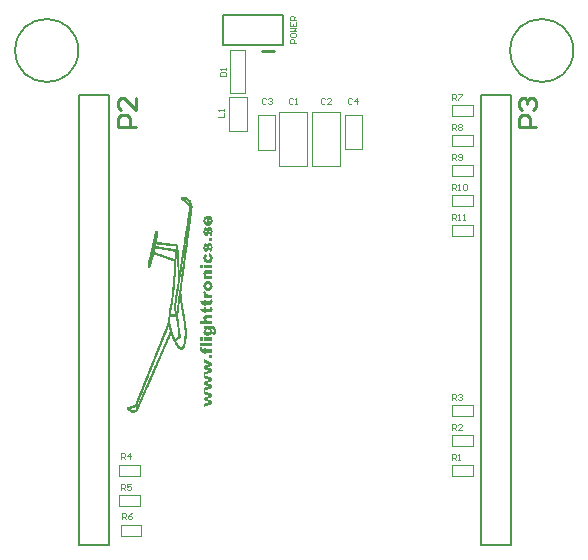
<source format=gto>
%FSLAX25Y25*%
%MOIN*%
G70*
G01*
G75*
%ADD10C,0.03937*%
G04:AMPARAMS|DCode=11|XSize=19.69mil|YSize=31.5mil|CornerRadius=0.98mil|HoleSize=0mil|Usage=FLASHONLY|Rotation=180.000|XOffset=0mil|YOffset=0mil|HoleType=Round|Shape=RoundedRectangle|*
%AMROUNDEDRECTD11*
21,1,0.01969,0.02953,0,0,180.0*
21,1,0.01772,0.03150,0,0,180.0*
1,1,0.00197,-0.00886,0.01476*
1,1,0.00197,0.00886,0.01476*
1,1,0.00197,0.00886,-0.01476*
1,1,0.00197,-0.00886,-0.01476*
%
%ADD11ROUNDEDRECTD11*%
G04:AMPARAMS|DCode=12|XSize=35.43mil|YSize=39.37mil|CornerRadius=1.77mil|HoleSize=0mil|Usage=FLASHONLY|Rotation=270.000|XOffset=0mil|YOffset=0mil|HoleType=Round|Shape=RoundedRectangle|*
%AMROUNDEDRECTD12*
21,1,0.03543,0.03583,0,0,270.0*
21,1,0.03189,0.03937,0,0,270.0*
1,1,0.00354,-0.01791,-0.01595*
1,1,0.00354,-0.01791,0.01595*
1,1,0.00354,0.01791,0.01595*
1,1,0.00354,0.01791,-0.01595*
%
%ADD12ROUNDEDRECTD12*%
G04:AMPARAMS|DCode=13|XSize=19.69mil|YSize=23.62mil|CornerRadius=0.98mil|HoleSize=0mil|Usage=FLASHONLY|Rotation=0.000|XOffset=0mil|YOffset=0mil|HoleType=Round|Shape=RoundedRectangle|*
%AMROUNDEDRECTD13*
21,1,0.01969,0.02165,0,0,0.0*
21,1,0.01772,0.02362,0,0,0.0*
1,1,0.00197,0.00886,-0.01083*
1,1,0.00197,-0.00886,-0.01083*
1,1,0.00197,-0.00886,0.01083*
1,1,0.00197,0.00886,0.01083*
%
%ADD13ROUNDEDRECTD13*%
G04:AMPARAMS|DCode=14|XSize=47.24mil|YSize=70.87mil|CornerRadius=4.72mil|HoleSize=0mil|Usage=FLASHONLY|Rotation=270.000|XOffset=0mil|YOffset=0mil|HoleType=Round|Shape=RoundedRectangle|*
%AMROUNDEDRECTD14*
21,1,0.04724,0.06142,0,0,270.0*
21,1,0.03780,0.07087,0,0,270.0*
1,1,0.00945,-0.03071,-0.01890*
1,1,0.00945,-0.03071,0.01890*
1,1,0.00945,0.03071,0.01890*
1,1,0.00945,0.03071,-0.01890*
%
%ADD14ROUNDEDRECTD14*%
G04:AMPARAMS|DCode=15|XSize=196.85mil|YSize=78.74mil|CornerRadius=3.94mil|HoleSize=0mil|Usage=FLASHONLY|Rotation=270.000|XOffset=0mil|YOffset=0mil|HoleType=Round|Shape=RoundedRectangle|*
%AMROUNDEDRECTD15*
21,1,0.19685,0.07087,0,0,270.0*
21,1,0.18898,0.07874,0,0,270.0*
1,1,0.00787,-0.03543,-0.09449*
1,1,0.00787,-0.03543,0.09449*
1,1,0.00787,0.03543,0.09449*
1,1,0.00787,0.03543,-0.09449*
%
%ADD15ROUNDEDRECTD15*%
%ADD16C,0.01969*%
%ADD17R,0.05906X0.05906*%
%ADD18C,0.05906*%
%ADD19R,0.05906X0.05906*%
%ADD20C,0.17500*%
%ADD21C,0.05000*%
G04:AMPARAMS|DCode=22|XSize=196.85mil|YSize=39.37mil|CornerRadius=1.97mil|HoleSize=0mil|Usage=FLASHONLY|Rotation=270.000|XOffset=0mil|YOffset=0mil|HoleType=Round|Shape=RoundedRectangle|*
%AMROUNDEDRECTD22*
21,1,0.19685,0.03543,0,0,270.0*
21,1,0.19291,0.03937,0,0,270.0*
1,1,0.00394,-0.01772,-0.09646*
1,1,0.00394,-0.01772,0.09646*
1,1,0.00394,0.01772,0.09646*
1,1,0.00394,0.01772,-0.09646*
%
%ADD22ROUNDEDRECTD22*%
G04:AMPARAMS|DCode=23|XSize=118.11mil|YSize=59.06mil|CornerRadius=2.95mil|HoleSize=0mil|Usage=FLASHONLY|Rotation=270.000|XOffset=0mil|YOffset=0mil|HoleType=Round|Shape=RoundedRectangle|*
%AMROUNDEDRECTD23*
21,1,0.11811,0.05315,0,0,270.0*
21,1,0.11221,0.05906,0,0,270.0*
1,1,0.00591,-0.02658,-0.05610*
1,1,0.00591,-0.02658,0.05610*
1,1,0.00591,0.02658,0.05610*
1,1,0.00591,0.02658,-0.05610*
%
%ADD23ROUNDEDRECTD23*%
%ADD24C,0.01575*%
%ADD25C,0.00787*%
%ADD26C,0.00394*%
%ADD27C,0.00492*%
%ADD28C,0.00100*%
%ADD29C,0.01000*%
G36*
X71500Y91846D02*
X69867D01*
X69821Y91840D01*
X69762Y91833D01*
X69703Y91820D01*
X69637Y91800D01*
X69578Y91774D01*
X69532Y91741D01*
X69525Y91735D01*
X69512Y91722D01*
X69493Y91702D01*
X69473Y91669D01*
X69453Y91630D01*
X69434Y91584D01*
X69420Y91525D01*
X69414Y91459D01*
Y91453D01*
Y91426D01*
X69420Y91387D01*
X69434Y91341D01*
X69453Y91289D01*
X69480Y91236D01*
X69519Y91184D01*
X69571Y91131D01*
X69578Y91125D01*
X69598Y91111D01*
X69637Y91092D01*
X69696Y91072D01*
X69768Y91046D01*
X69867Y91026D01*
X69978Y91013D01*
X70116Y91007D01*
X71500D01*
Y89898D01*
X67505D01*
Y91007D01*
X68981D01*
X68968Y91020D01*
X68942Y91046D01*
X68902Y91092D01*
X68850Y91144D01*
X68797Y91216D01*
X68738Y91289D01*
X68686Y91367D01*
X68646Y91453D01*
X68640Y91466D01*
X68627Y91492D01*
X68614Y91538D01*
X68594Y91603D01*
X68574Y91682D01*
X68555Y91774D01*
X68548Y91873D01*
X68541Y91984D01*
Y91991D01*
Y92004D01*
Y92030D01*
X68548Y92056D01*
Y92096D01*
X68555Y92141D01*
X68574Y92246D01*
X68607Y92358D01*
X68660Y92476D01*
X68725Y92594D01*
X68817Y92699D01*
X68830Y92712D01*
X68843Y92725D01*
X68869Y92738D01*
X68896Y92758D01*
X68935Y92784D01*
X68974Y92804D01*
X69027Y92830D01*
X69079Y92857D01*
X69145Y92876D01*
X69211Y92902D01*
X69289Y92922D01*
X69375Y92935D01*
X69460Y92948D01*
X69558Y92961D01*
X71500D01*
Y91846D01*
D02*
G37*
G36*
X71572Y89222D02*
X71638Y89216D01*
X71710Y89203D01*
X71795Y89176D01*
X71887Y89150D01*
X71979Y89111D01*
X71992Y89104D01*
X72018Y89091D01*
X72064Y89065D01*
X72123Y89032D01*
X72189Y88986D01*
X72254Y88934D01*
X72320Y88875D01*
X72379Y88802D01*
X72386Y88796D01*
X72405Y88770D01*
X72431Y88724D01*
X72464Y88671D01*
X72504Y88599D01*
X72536Y88520D01*
X72576Y88422D01*
X72602Y88317D01*
Y88304D01*
X72615Y88265D01*
X72622Y88205D01*
X72635Y88120D01*
X72648Y88022D01*
X72661Y87904D01*
X72668Y87773D01*
X72674Y87635D01*
Y87628D01*
Y87595D01*
Y87549D01*
X72668Y87490D01*
Y87425D01*
X72661Y87340D01*
X72655Y87254D01*
X72641Y87156D01*
X72609Y86959D01*
X72563Y86762D01*
X72536Y86664D01*
X72497Y86579D01*
X72458Y86500D01*
X72412Y86434D01*
Y86428D01*
X72399Y86421D01*
X72366Y86382D01*
X72307Y86336D01*
X72228Y86277D01*
X72123Y86218D01*
X72005Y86165D01*
X71867Y86126D01*
X71789Y86119D01*
X71710Y86113D01*
X71566D01*
X71690Y87195D01*
X71697D01*
X71716Y87202D01*
X71736Y87215D01*
X71769Y87228D01*
X71835Y87267D01*
X71867Y87287D01*
X71894Y87320D01*
X71900Y87326D01*
X71907Y87340D01*
X71920Y87372D01*
X71933Y87405D01*
X71953Y87451D01*
X71966Y87503D01*
X71972Y87563D01*
X71979Y87628D01*
Y87641D01*
Y87668D01*
X71972Y87713D01*
X71959Y87766D01*
X71946Y87825D01*
X71926Y87884D01*
X71894Y87943D01*
X71848Y87989D01*
X71841Y87995D01*
X71821Y88009D01*
X71789Y88028D01*
X71743Y88055D01*
X71684Y88074D01*
X71611Y88094D01*
X71520Y88107D01*
X71408Y88114D01*
X70975D01*
X70982Y88107D01*
X71008Y88087D01*
X71041Y88048D01*
X71080Y88009D01*
X71126Y87956D01*
X71172Y87904D01*
X71211Y87838D01*
X71251Y87779D01*
X71257Y87766D01*
X71270Y87733D01*
X71290Y87681D01*
X71316Y87615D01*
X71343Y87530D01*
X71362Y87438D01*
X71375Y87340D01*
X71382Y87228D01*
Y87221D01*
Y87202D01*
X71375Y87169D01*
Y87130D01*
X71369Y87084D01*
X71356Y87025D01*
X71343Y86959D01*
X71316Y86893D01*
X71290Y86815D01*
X71257Y86743D01*
X71218Y86664D01*
X71165Y86585D01*
X71113Y86506D01*
X71041Y86428D01*
X70969Y86356D01*
X70877Y86283D01*
X70870D01*
X70857Y86270D01*
X70837Y86264D01*
X70811Y86244D01*
X70772Y86224D01*
X70732Y86205D01*
X70680Y86185D01*
X70621Y86159D01*
X70555Y86133D01*
X70483Y86113D01*
X70326Y86073D01*
X70135Y86047D01*
X69926Y86034D01*
X69860D01*
X69814Y86041D01*
X69755Y86047D01*
X69696Y86054D01*
X69624Y86060D01*
X69545Y86073D01*
X69375Y86113D01*
X69204Y86172D01*
X69125Y86211D01*
X69040Y86257D01*
X68968Y86303D01*
X68896Y86362D01*
X68889Y86369D01*
X68883Y86375D01*
X68863Y86395D01*
X68843Y86421D01*
X68810Y86454D01*
X68784Y86493D01*
X68719Y86592D01*
X68653Y86716D01*
X68594Y86861D01*
X68555Y87025D01*
X68548Y87116D01*
X68541Y87215D01*
Y87221D01*
Y87228D01*
Y87248D01*
Y87274D01*
X68548Y87333D01*
X68555Y87412D01*
X68568Y87503D01*
X68594Y87595D01*
X68620Y87687D01*
X68660Y87773D01*
X68666Y87786D01*
X68679Y87812D01*
X68712Y87851D01*
X68751Y87910D01*
X68804Y87976D01*
X68869Y88041D01*
X68948Y88120D01*
X69040Y88192D01*
X68607D01*
Y89229D01*
X71520D01*
X71572Y89222D01*
D02*
G37*
G36*
X71480Y95612D02*
X71487Y95599D01*
Y95579D01*
X71493Y95546D01*
X71500Y95513D01*
X71507Y95467D01*
X71520Y95369D01*
X71539Y95251D01*
X71552Y95120D01*
X71559Y94982D01*
X71566Y94844D01*
Y94838D01*
Y94824D01*
Y94805D01*
Y94779D01*
X71559Y94706D01*
X71552Y94615D01*
X71539Y94516D01*
X71520Y94411D01*
X71493Y94319D01*
X71461Y94234D01*
X71454Y94227D01*
X71441Y94201D01*
X71415Y94169D01*
X71382Y94123D01*
X71336Y94077D01*
X71284Y94031D01*
X71218Y93985D01*
X71139Y93945D01*
X71126Y93939D01*
X71100Y93932D01*
X71047Y93919D01*
X70969Y93900D01*
X70870Y93880D01*
X70752Y93867D01*
X70608Y93860D01*
X70437Y93854D01*
X69420D01*
Y93447D01*
X68607D01*
Y93854D01*
X68076D01*
X67505Y94969D01*
X68607D01*
Y95579D01*
X69420D01*
Y94969D01*
X70503D01*
X70542Y94975D01*
X70621Y94982D01*
X70660Y94989D01*
X70687Y95002D01*
X70693D01*
X70700Y95015D01*
X70732Y95047D01*
X70752Y95074D01*
X70765Y95107D01*
X70772Y95146D01*
X70778Y95192D01*
Y95198D01*
Y95218D01*
X70772Y95244D01*
Y95284D01*
X70765Y95330D01*
X70752Y95389D01*
X70732Y95454D01*
X70713Y95533D01*
X71480Y95618D01*
Y95612D01*
D02*
G37*
G36*
X69486Y100525D02*
X69480Y100519D01*
X69473Y100492D01*
X69460Y100460D01*
X69440Y100414D01*
X69414Y100315D01*
X69407Y100263D01*
X69401Y100217D01*
Y100210D01*
Y100184D01*
X69407Y100145D01*
X69420Y100092D01*
X69447Y100040D01*
X69480Y99987D01*
X69525Y99928D01*
X69585Y99882D01*
X69598Y99876D01*
X69611Y99869D01*
X69637Y99856D01*
X69663Y99843D01*
X69703Y99830D01*
X69749Y99810D01*
X69801Y99797D01*
X69860Y99784D01*
X69932Y99764D01*
X70004Y99751D01*
X70096Y99738D01*
X70188Y99725D01*
X70293Y99718D01*
X70411Y99712D01*
X71500D01*
Y98597D01*
X68607D01*
Y99633D01*
X69079D01*
X69073Y99639D01*
X69033Y99659D01*
X68981Y99692D01*
X68915Y99731D01*
X68843Y99777D01*
X68778Y99830D01*
X68712Y99882D01*
X68660Y99941D01*
X68653Y99948D01*
X68640Y99967D01*
X68620Y100007D01*
X68600Y100053D01*
X68581Y100105D01*
X68561Y100171D01*
X68548Y100250D01*
X68541Y100335D01*
Y100348D01*
Y100381D01*
X68548Y100427D01*
X68561Y100492D01*
X68581Y100571D01*
X68607Y100663D01*
X68646Y100768D01*
X68699Y100873D01*
X69486Y100525D01*
D02*
G37*
G36*
X71480Y98091D02*
X71487Y98078D01*
Y98059D01*
X71493Y98026D01*
X71500Y97993D01*
X71507Y97947D01*
X71520Y97849D01*
X71539Y97731D01*
X71552Y97599D01*
X71559Y97462D01*
X71566Y97324D01*
Y97317D01*
Y97304D01*
Y97285D01*
Y97258D01*
X71559Y97186D01*
X71552Y97094D01*
X71539Y96996D01*
X71520Y96891D01*
X71493Y96799D01*
X71461Y96714D01*
X71454Y96707D01*
X71441Y96681D01*
X71415Y96648D01*
X71382Y96602D01*
X71336Y96556D01*
X71284Y96510D01*
X71218Y96465D01*
X71139Y96425D01*
X71126Y96419D01*
X71100Y96412D01*
X71047Y96399D01*
X70969Y96379D01*
X70870Y96359D01*
X70752Y96346D01*
X70608Y96340D01*
X70437Y96333D01*
X69420D01*
Y95927D01*
X68607D01*
Y96333D01*
X68076D01*
X67505Y97448D01*
X68607D01*
Y98059D01*
X69420D01*
Y97448D01*
X70503D01*
X70542Y97455D01*
X70621Y97462D01*
X70660Y97468D01*
X70687Y97481D01*
X70693D01*
X70700Y97494D01*
X70732Y97527D01*
X70752Y97553D01*
X70765Y97586D01*
X70772Y97626D01*
X70778Y97672D01*
Y97678D01*
Y97698D01*
X70772Y97724D01*
Y97763D01*
X70765Y97809D01*
X70752Y97868D01*
X70732Y97934D01*
X70713Y98013D01*
X71480Y98098D01*
Y98091D01*
D02*
G37*
G36*
X71500Y84355D02*
X68607D01*
Y85463D01*
X71500D01*
Y84355D01*
D02*
G37*
G36*
Y78438D02*
X70385D01*
Y79625D01*
X71500D01*
Y78438D01*
D02*
G37*
G36*
Y77040D02*
Y76050D01*
X69762Y75466D01*
X71500Y74902D01*
Y73905D01*
X68616Y72839D01*
X71500Y71773D01*
Y70782D01*
X69762Y70198D01*
X71500Y69634D01*
Y68637D01*
X68616Y67571D01*
X71500Y66505D01*
Y65514D01*
X69762Y64931D01*
X71500Y64366D01*
Y63369D01*
X68607Y62300D01*
Y63369D01*
X70431Y63835D01*
X68607Y64432D01*
Y65423D01*
X70431Y66039D01*
X68607Y66505D01*
Y67568D01*
Y68637D01*
X70431Y69103D01*
X68607Y69700D01*
Y70690D01*
X70431Y71307D01*
X68607Y71773D01*
Y72835D01*
Y73905D01*
X70431Y74370D01*
X68607Y74967D01*
Y75958D01*
X70431Y76575D01*
X68607Y77040D01*
Y78110D01*
X71500Y77040D01*
D02*
G37*
G36*
X68181Y82170D02*
Y82164D01*
X68174Y82137D01*
X68168Y82098D01*
X68161Y82052D01*
X68154Y81947D01*
X68148Y81895D01*
Y81849D01*
Y81842D01*
Y81823D01*
Y81796D01*
X68154Y81763D01*
X68168Y81691D01*
X68181Y81659D01*
X68200Y81632D01*
X68207Y81619D01*
X68240Y81599D01*
X68286Y81567D01*
X68358Y81541D01*
X68371D01*
X68384Y81534D01*
X68443D01*
X68489Y81527D01*
X68607D01*
Y82059D01*
X69420D01*
Y81527D01*
X71500D01*
Y80412D01*
X69420D01*
Y79999D01*
X68607D01*
Y80412D01*
X68417D01*
X68364Y80419D01*
X68312D01*
X68246Y80425D01*
X68095Y80445D01*
X68089D01*
X68056Y80452D01*
X68017Y80465D01*
X67971Y80478D01*
X67859Y80524D01*
X67800Y80550D01*
X67748Y80589D01*
X67741Y80596D01*
X67721Y80609D01*
X67702Y80635D01*
X67669Y80668D01*
X67630Y80707D01*
X67597Y80760D01*
X67557Y80819D01*
X67525Y80884D01*
X67518Y80891D01*
X67511Y80917D01*
X67498Y80963D01*
X67479Y81029D01*
X67466Y81107D01*
X67453Y81199D01*
X67446Y81311D01*
X67439Y81442D01*
Y81449D01*
Y81455D01*
Y81475D01*
Y81495D01*
Y81527D01*
X67446Y81567D01*
Y81606D01*
Y81659D01*
X67459Y81783D01*
X67472Y81928D01*
X67485Y82098D01*
X67511Y82295D01*
X68181Y82170D01*
D02*
G37*
G36*
X68259Y84355D02*
X67505D01*
Y85463D01*
X68259D01*
Y84355D01*
D02*
G37*
G36*
X71500Y82498D02*
X67505D01*
Y83613D01*
X71500D01*
Y82498D01*
D02*
G37*
G36*
X70654Y116978D02*
X70719Y116964D01*
X70792Y116945D01*
X70877Y116919D01*
X70962Y116879D01*
X71054Y116827D01*
X71067Y116820D01*
X71093Y116800D01*
X71133Y116761D01*
X71192Y116709D01*
X71251Y116643D01*
X71310Y116564D01*
X71369Y116466D01*
X71428Y116348D01*
Y116341D01*
X71434Y116335D01*
X71441Y116315D01*
X71447Y116289D01*
X71461Y116256D01*
X71474Y116217D01*
X71487Y116171D01*
X71493Y116118D01*
X71507Y116059D01*
X71520Y115994D01*
X71546Y115836D01*
X71559Y115666D01*
X71566Y115462D01*
Y115456D01*
Y115429D01*
Y115390D01*
X71559Y115331D01*
Y115265D01*
X71552Y115193D01*
X71546Y115108D01*
X71539Y115023D01*
X71513Y114839D01*
X71474Y114649D01*
X71447Y114557D01*
X71415Y114472D01*
X71382Y114400D01*
X71343Y114327D01*
Y114321D01*
X71329Y114314D01*
X71303Y114275D01*
X71251Y114216D01*
X71179Y114150D01*
X71087Y114078D01*
X70975Y114006D01*
X70851Y113947D01*
X70700Y113901D01*
X70595Y115003D01*
X70601D01*
X70627Y115016D01*
X70660Y115029D01*
X70706Y115049D01*
X70798Y115108D01*
X70837Y115147D01*
X70877Y115193D01*
Y115200D01*
X70890Y115213D01*
X70903Y115246D01*
X70916Y115279D01*
X70929Y115331D01*
X70942Y115384D01*
X70949Y115449D01*
X70955Y115521D01*
Y115534D01*
Y115561D01*
X70949Y115600D01*
X70942Y115646D01*
X70916Y115764D01*
X70897Y115816D01*
X70864Y115869D01*
X70857Y115875D01*
X70851Y115882D01*
X70811Y115921D01*
X70759Y115954D01*
X70726Y115961D01*
X70687Y115967D01*
X70667D01*
X70647Y115961D01*
X70621Y115954D01*
X70588Y115935D01*
X70562Y115915D01*
X70529Y115882D01*
X70503Y115836D01*
Y115830D01*
X70496Y115816D01*
X70483Y115784D01*
X70470Y115744D01*
X70450Y115679D01*
X70431Y115593D01*
X70411Y115489D01*
X70398Y115429D01*
X70385Y115357D01*
Y115351D01*
X70378Y115331D01*
X70372Y115305D01*
X70365Y115265D01*
X70359Y115219D01*
X70352Y115161D01*
X70326Y115042D01*
X70300Y114911D01*
X70267Y114773D01*
X70234Y114655D01*
X70214Y114603D01*
X70201Y114557D01*
X70195Y114550D01*
X70181Y114518D01*
X70162Y114478D01*
X70135Y114426D01*
X70096Y114367D01*
X70044Y114301D01*
X69985Y114235D01*
X69912Y114176D01*
X69906Y114170D01*
X69873Y114150D01*
X69834Y114131D01*
X69775Y114104D01*
X69709Y114072D01*
X69630Y114052D01*
X69545Y114032D01*
X69447Y114026D01*
X69401D01*
X69348Y114032D01*
X69283Y114045D01*
X69204Y114065D01*
X69125Y114098D01*
X69040Y114137D01*
X68961Y114190D01*
X68955Y114196D01*
X68928Y114222D01*
X68889Y114255D01*
X68843Y114308D01*
X68791Y114373D01*
X68738Y114452D01*
X68692Y114537D01*
X68646Y114642D01*
Y114649D01*
X68640Y114655D01*
X68633Y114675D01*
X68627Y114695D01*
X68614Y114760D01*
X68594Y114852D01*
X68574Y114964D01*
X68555Y115101D01*
X68548Y115252D01*
X68541Y115429D01*
Y115436D01*
Y115456D01*
Y115482D01*
Y115515D01*
Y115561D01*
X68548Y115607D01*
X68555Y115718D01*
X68561Y115843D01*
X68574Y115974D01*
X68600Y116092D01*
X68627Y116197D01*
X68633Y116210D01*
X68640Y116236D01*
X68660Y116282D01*
X68686Y116341D01*
X68719Y116407D01*
X68765Y116479D01*
X68810Y116545D01*
X68869Y116610D01*
X68876Y116617D01*
X68902Y116637D01*
X68935Y116669D01*
X68988Y116709D01*
X69053Y116748D01*
X69125Y116794D01*
X69217Y116840D01*
X69315Y116886D01*
X69420Y115836D01*
X69414D01*
X69401Y115830D01*
X69375Y115816D01*
X69342Y115803D01*
X69276Y115757D01*
X69243Y115731D01*
X69217Y115698D01*
X69211Y115692D01*
X69204Y115672D01*
X69191Y115646D01*
X69171Y115607D01*
X69152Y115561D01*
X69138Y115508D01*
X69132Y115443D01*
X69125Y115377D01*
Y115370D01*
Y115344D01*
X69132Y115311D01*
Y115272D01*
X69158Y115180D01*
X69171Y115141D01*
X69197Y115101D01*
Y115095D01*
X69211Y115088D01*
X69243Y115062D01*
X69289Y115029D01*
X69322Y115023D01*
X69355Y115016D01*
X69375D01*
X69414Y115029D01*
X69440Y115042D01*
X69466Y115062D01*
X69493Y115088D01*
X69519Y115121D01*
Y115128D01*
X69525Y115147D01*
X69539Y115174D01*
X69552Y115226D01*
X69565Y115285D01*
X69585Y115370D01*
X69598Y115475D01*
X69617Y115600D01*
Y115607D01*
Y115626D01*
X69624Y115653D01*
X69630Y115692D01*
X69637Y115738D01*
X69643Y115790D01*
X69663Y115908D01*
X69683Y116040D01*
X69716Y116177D01*
X69749Y116308D01*
X69768Y116367D01*
X69788Y116420D01*
X69794Y116433D01*
X69807Y116466D01*
X69834Y116512D01*
X69867Y116577D01*
X69912Y116643D01*
X69972Y116715D01*
X70037Y116781D01*
X70109Y116840D01*
X70116Y116846D01*
X70142Y116859D01*
X70188Y116886D01*
X70240Y116912D01*
X70306Y116938D01*
X70385Y116964D01*
X70470Y116978D01*
X70562Y116984D01*
X70601D01*
X70654Y116978D01*
D02*
G37*
G36*
X70496Y113579D02*
X70516D01*
X70542Y113566D01*
X70601Y113547D01*
X70680Y113514D01*
X70772Y113475D01*
X70870Y113429D01*
X70969Y113370D01*
X71061Y113297D01*
X71074Y113291D01*
X71100Y113265D01*
X71146Y113219D01*
X71198Y113160D01*
X71257Y113087D01*
X71323Y112996D01*
X71382Y112897D01*
X71434Y112786D01*
Y112779D01*
X71441Y112773D01*
X71447Y112753D01*
X71454Y112733D01*
X71474Y112661D01*
X71500Y112576D01*
X71526Y112458D01*
X71546Y112327D01*
X71559Y112176D01*
X71566Y112005D01*
Y111999D01*
Y111985D01*
Y111959D01*
Y111926D01*
Y111887D01*
X71559Y111841D01*
X71552Y111736D01*
X71546Y111611D01*
X71526Y111480D01*
X71507Y111356D01*
X71480Y111231D01*
X71474Y111218D01*
X71461Y111179D01*
X71441Y111126D01*
X71415Y111054D01*
X71375Y110969D01*
X71329Y110883D01*
X71270Y110792D01*
X71205Y110706D01*
X71198Y110700D01*
X71172Y110673D01*
X71133Y110634D01*
X71080Y110582D01*
X71015Y110529D01*
X70936Y110470D01*
X70851Y110418D01*
X70759Y110365D01*
X70746Y110359D01*
X70713Y110345D01*
X70654Y110326D01*
X70575Y110306D01*
X70477Y110280D01*
X70359Y110260D01*
X70221Y110247D01*
X70070Y110240D01*
X69998D01*
X69958Y110247D01*
X69912D01*
X69807Y110260D01*
X69689Y110280D01*
X69571Y110306D01*
X69447Y110339D01*
X69329Y110391D01*
X69315Y110398D01*
X69289Y110411D01*
X69250Y110437D01*
X69197Y110470D01*
X69132Y110516D01*
X69066Y110568D01*
X69001Y110627D01*
X68935Y110693D01*
X68928Y110700D01*
X68909Y110726D01*
X68876Y110765D01*
X68837Y110818D01*
X68797Y110877D01*
X68758Y110942D01*
X68712Y111021D01*
X68679Y111093D01*
Y111100D01*
X68673Y111106D01*
X68666Y111126D01*
X68660Y111152D01*
X68646Y111185D01*
X68633Y111224D01*
X68607Y111316D01*
X68587Y111434D01*
X68561Y111579D01*
X68548Y111743D01*
X68541Y111920D01*
Y111926D01*
Y111953D01*
Y111985D01*
X68548Y112038D01*
Y112097D01*
X68555Y112163D01*
X68561Y112241D01*
X68574Y112320D01*
X68600Y112497D01*
X68646Y112674D01*
X68712Y112851D01*
X68751Y112930D01*
X68797Y113002D01*
Y113009D01*
X68810Y113022D01*
X68823Y113035D01*
X68843Y113061D01*
X68902Y113127D01*
X68988Y113206D01*
X69093Y113297D01*
X69217Y113383D01*
X69368Y113461D01*
X69539Y113527D01*
X69676Y112484D01*
X69670D01*
X69643Y112471D01*
X69611Y112458D01*
X69571Y112445D01*
X69525Y112418D01*
X69480Y112386D01*
X69440Y112346D01*
X69401Y112300D01*
X69394Y112294D01*
X69388Y112281D01*
X69368Y112248D01*
X69348Y112208D01*
X69335Y112163D01*
X69315Y112103D01*
X69309Y112031D01*
X69302Y111953D01*
Y111940D01*
Y111907D01*
X69315Y111854D01*
X69329Y111795D01*
X69348Y111723D01*
X69388Y111651D01*
X69434Y111572D01*
X69499Y111507D01*
X69506Y111500D01*
X69539Y111480D01*
X69585Y111454D01*
X69650Y111428D01*
X69729Y111395D01*
X69834Y111369D01*
X69958Y111349D01*
X70096Y111343D01*
X70155D01*
X70221Y111349D01*
X70293Y111362D01*
X70385Y111382D01*
X70470Y111415D01*
X70555Y111454D01*
X70634Y111507D01*
X70641Y111513D01*
X70660Y111539D01*
X70693Y111572D01*
X70726Y111625D01*
X70759Y111690D01*
X70792Y111762D01*
X70811Y111848D01*
X70818Y111940D01*
Y111946D01*
Y111979D01*
X70811Y112018D01*
X70805Y112064D01*
X70792Y112123D01*
X70772Y112182D01*
X70746Y112241D01*
X70713Y112300D01*
X70706Y112307D01*
X70693Y112327D01*
X70667Y112353D01*
X70627Y112386D01*
X70582Y112425D01*
X70516Y112464D01*
X70450Y112497D01*
X70365Y112530D01*
X70483Y113586D01*
X70490D01*
X70496Y113579D01*
D02*
G37*
G36*
X71500Y117516D02*
X70385D01*
Y118703D01*
X71500D01*
Y117516D01*
D02*
G37*
G36*
X70332Y123767D02*
X70345D01*
X70378Y123774D01*
X70424Y123780D01*
X70483Y123793D01*
X70549Y123813D01*
X70614Y123839D01*
X70680Y123866D01*
X70732Y123905D01*
X70739Y123911D01*
X70759Y123938D01*
X70792Y123971D01*
X70824Y124016D01*
X70857Y124082D01*
X70890Y124154D01*
X70910Y124233D01*
X70916Y124325D01*
Y124331D01*
Y124351D01*
X70910Y124384D01*
X70903Y124423D01*
X70897Y124469D01*
X70883Y124522D01*
X70864Y124581D01*
X70837Y124633D01*
Y124640D01*
X70824Y124646D01*
X70811Y124666D01*
X70792Y124692D01*
X70772Y124725D01*
X70739Y124758D01*
X70700Y124791D01*
X70654Y124830D01*
X70752Y125925D01*
X70759D01*
X70772Y125912D01*
X70792Y125899D01*
X70824Y125880D01*
X70903Y125827D01*
X70995Y125755D01*
X71100Y125663D01*
X71205Y125558D01*
X71303Y125447D01*
X71382Y125315D01*
Y125309D01*
X71389Y125302D01*
X71402Y125276D01*
X71408Y125250D01*
X71421Y125210D01*
X71441Y125171D01*
X71454Y125119D01*
X71474Y125059D01*
X71493Y124987D01*
X71507Y124915D01*
X71520Y124830D01*
X71539Y124738D01*
X71546Y124640D01*
X71559Y124535D01*
X71566Y124423D01*
Y124305D01*
Y124299D01*
Y124279D01*
Y124253D01*
Y124213D01*
X71559Y124161D01*
Y124108D01*
X71546Y123977D01*
X71526Y123833D01*
X71500Y123682D01*
X71461Y123531D01*
X71408Y123400D01*
Y123393D01*
X71402Y123387D01*
X71375Y123347D01*
X71336Y123282D01*
X71284Y123210D01*
X71211Y123124D01*
X71126Y123032D01*
X71021Y122941D01*
X70897Y122855D01*
X70890D01*
X70883Y122849D01*
X70864Y122836D01*
X70831Y122823D01*
X70798Y122803D01*
X70759Y122790D01*
X70660Y122750D01*
X70536Y122705D01*
X70398Y122672D01*
X70234Y122645D01*
X70063Y122639D01*
X69998D01*
X69952Y122645D01*
X69893Y122652D01*
X69827Y122665D01*
X69749Y122678D01*
X69670Y122691D01*
X69493Y122744D01*
X69401Y122777D01*
X69309Y122823D01*
X69217Y122869D01*
X69132Y122927D01*
X69040Y122993D01*
X68961Y123072D01*
X68955Y123078D01*
X68942Y123091D01*
X68922Y123118D01*
X68896Y123151D01*
X68863Y123196D01*
X68830Y123249D01*
X68791Y123315D01*
X68751Y123387D01*
X68712Y123465D01*
X68673Y123557D01*
X68640Y123656D01*
X68607Y123761D01*
X68581Y123879D01*
X68561Y124003D01*
X68548Y124135D01*
X68541Y124272D01*
Y124279D01*
Y124299D01*
Y124331D01*
Y124377D01*
X68548Y124430D01*
Y124489D01*
X68555Y124554D01*
X68568Y124627D01*
X68587Y124784D01*
X68620Y124948D01*
X68666Y125105D01*
X68732Y125250D01*
Y125256D01*
X68738Y125263D01*
X68751Y125283D01*
X68765Y125309D01*
X68810Y125374D01*
X68869Y125453D01*
X68948Y125545D01*
X69047Y125637D01*
X69158Y125722D01*
X69283Y125801D01*
X69289D01*
X69296Y125807D01*
X69322Y125821D01*
X69348Y125834D01*
X69381Y125847D01*
X69427Y125860D01*
X69473Y125880D01*
X69532Y125899D01*
X69591Y125912D01*
X69663Y125932D01*
X69821Y125965D01*
X70004Y125985D01*
X70208Y125991D01*
X70332D01*
Y123767D01*
D02*
G37*
G36*
X70654Y122245D02*
X70719Y122232D01*
X70792Y122213D01*
X70877Y122186D01*
X70962Y122147D01*
X71054Y122094D01*
X71067Y122088D01*
X71093Y122068D01*
X71133Y122029D01*
X71192Y121976D01*
X71251Y121911D01*
X71310Y121832D01*
X71369Y121734D01*
X71428Y121616D01*
Y121609D01*
X71434Y121602D01*
X71441Y121583D01*
X71447Y121556D01*
X71461Y121524D01*
X71474Y121484D01*
X71487Y121438D01*
X71493Y121386D01*
X71507Y121327D01*
X71520Y121261D01*
X71546Y121104D01*
X71559Y120933D01*
X71566Y120730D01*
Y120723D01*
Y120697D01*
Y120658D01*
X71559Y120599D01*
Y120533D01*
X71552Y120461D01*
X71546Y120376D01*
X71539Y120290D01*
X71513Y120107D01*
X71474Y119916D01*
X71447Y119825D01*
X71415Y119739D01*
X71382Y119667D01*
X71343Y119595D01*
Y119588D01*
X71329Y119582D01*
X71303Y119543D01*
X71251Y119483D01*
X71179Y119418D01*
X71087Y119346D01*
X70975Y119274D01*
X70851Y119215D01*
X70700Y119169D01*
X70595Y120271D01*
X70601D01*
X70627Y120284D01*
X70660Y120297D01*
X70706Y120317D01*
X70798Y120376D01*
X70837Y120415D01*
X70877Y120461D01*
Y120467D01*
X70890Y120481D01*
X70903Y120513D01*
X70916Y120546D01*
X70929Y120599D01*
X70942Y120651D01*
X70949Y120717D01*
X70955Y120789D01*
Y120802D01*
Y120828D01*
X70949Y120868D01*
X70942Y120914D01*
X70916Y121032D01*
X70897Y121084D01*
X70864Y121137D01*
X70857Y121143D01*
X70851Y121150D01*
X70811Y121189D01*
X70759Y121222D01*
X70726Y121229D01*
X70687Y121235D01*
X70667D01*
X70647Y121229D01*
X70621Y121222D01*
X70588Y121202D01*
X70562Y121183D01*
X70529Y121150D01*
X70503Y121104D01*
Y121097D01*
X70496Y121084D01*
X70483Y121051D01*
X70470Y121012D01*
X70450Y120946D01*
X70431Y120861D01*
X70411Y120756D01*
X70398Y120697D01*
X70385Y120625D01*
Y120618D01*
X70378Y120599D01*
X70372Y120572D01*
X70365Y120533D01*
X70359Y120487D01*
X70352Y120428D01*
X70326Y120310D01*
X70300Y120179D01*
X70267Y120041D01*
X70234Y119923D01*
X70214Y119871D01*
X70201Y119825D01*
X70195Y119818D01*
X70181Y119785D01*
X70162Y119746D01*
X70135Y119693D01*
X70096Y119634D01*
X70044Y119569D01*
X69985Y119503D01*
X69912Y119444D01*
X69906Y119438D01*
X69873Y119418D01*
X69834Y119398D01*
X69775Y119372D01*
X69709Y119339D01*
X69630Y119319D01*
X69545Y119300D01*
X69447Y119293D01*
X69401D01*
X69348Y119300D01*
X69283Y119313D01*
X69204Y119333D01*
X69125Y119365D01*
X69040Y119405D01*
X68961Y119457D01*
X68955Y119464D01*
X68928Y119490D01*
X68889Y119523D01*
X68843Y119575D01*
X68791Y119641D01*
X68738Y119720D01*
X68692Y119805D01*
X68646Y119910D01*
Y119916D01*
X68640Y119923D01*
X68633Y119943D01*
X68627Y119962D01*
X68614Y120028D01*
X68594Y120120D01*
X68574Y120231D01*
X68555Y120369D01*
X68548Y120520D01*
X68541Y120697D01*
Y120704D01*
Y120723D01*
Y120750D01*
Y120782D01*
Y120828D01*
X68548Y120874D01*
X68555Y120986D01*
X68561Y121110D01*
X68574Y121242D01*
X68600Y121360D01*
X68627Y121465D01*
X68633Y121478D01*
X68640Y121504D01*
X68660Y121550D01*
X68686Y121609D01*
X68719Y121675D01*
X68765Y121747D01*
X68810Y121812D01*
X68869Y121878D01*
X68876Y121885D01*
X68902Y121904D01*
X68935Y121937D01*
X68988Y121976D01*
X69053Y122016D01*
X69125Y122062D01*
X69217Y122108D01*
X69315Y122153D01*
X69420Y121104D01*
X69414D01*
X69401Y121097D01*
X69375Y121084D01*
X69342Y121071D01*
X69276Y121025D01*
X69243Y120999D01*
X69217Y120966D01*
X69211Y120959D01*
X69204Y120940D01*
X69191Y120914D01*
X69171Y120874D01*
X69152Y120828D01*
X69138Y120776D01*
X69132Y120710D01*
X69125Y120645D01*
Y120638D01*
Y120612D01*
X69132Y120579D01*
Y120540D01*
X69158Y120448D01*
X69171Y120408D01*
X69197Y120369D01*
Y120363D01*
X69211Y120356D01*
X69243Y120330D01*
X69289Y120297D01*
X69322Y120290D01*
X69355Y120284D01*
X69375D01*
X69414Y120297D01*
X69440Y120310D01*
X69466Y120330D01*
X69493Y120356D01*
X69519Y120389D01*
Y120395D01*
X69525Y120415D01*
X69539Y120441D01*
X69552Y120494D01*
X69565Y120553D01*
X69585Y120638D01*
X69598Y120743D01*
X69617Y120868D01*
Y120874D01*
Y120894D01*
X69624Y120920D01*
X69630Y120959D01*
X69637Y121005D01*
X69643Y121058D01*
X69663Y121176D01*
X69683Y121307D01*
X69716Y121445D01*
X69749Y121576D01*
X69768Y121635D01*
X69788Y121688D01*
X69794Y121701D01*
X69807Y121734D01*
X69834Y121780D01*
X69867Y121845D01*
X69912Y121911D01*
X69972Y121983D01*
X70037Y122048D01*
X70109Y122108D01*
X70116Y122114D01*
X70142Y122127D01*
X70188Y122153D01*
X70240Y122180D01*
X70306Y122206D01*
X70385Y122232D01*
X70470Y122245D01*
X70562Y122252D01*
X70601D01*
X70654Y122245D01*
D02*
G37*
G36*
X71500Y108555D02*
X68607D01*
Y109663D01*
X71500D01*
Y108555D01*
D02*
G37*
G36*
Y106737D02*
X69867D01*
X69821Y106731D01*
X69762Y106724D01*
X69703Y106711D01*
X69637Y106692D01*
X69578Y106665D01*
X69532Y106632D01*
X69525Y106626D01*
X69512Y106613D01*
X69493Y106593D01*
X69473Y106560D01*
X69453Y106521D01*
X69434Y106475D01*
X69420Y106416D01*
X69414Y106350D01*
Y106344D01*
Y106318D01*
X69420Y106278D01*
X69434Y106232D01*
X69453Y106180D01*
X69480Y106127D01*
X69519Y106075D01*
X69571Y106022D01*
X69578Y106016D01*
X69598Y106003D01*
X69637Y105983D01*
X69696Y105963D01*
X69768Y105937D01*
X69867Y105917D01*
X69978Y105904D01*
X70116Y105898D01*
X71500D01*
Y104789D01*
X68607D01*
Y105819D01*
X69079D01*
X69073Y105832D01*
X69040Y105858D01*
X68988Y105904D01*
X68922Y105963D01*
X68856Y106035D01*
X68784Y106114D01*
X68719Y106200D01*
X68666Y106285D01*
X68660Y106298D01*
X68646Y106331D01*
X68627Y106377D01*
X68600Y106449D01*
X68581Y106534D01*
X68561Y106632D01*
X68548Y106744D01*
X68541Y106869D01*
Y106875D01*
Y106888D01*
Y106915D01*
X68548Y106947D01*
Y106980D01*
X68555Y107026D01*
X68574Y107131D01*
X68607Y107249D01*
X68660Y107367D01*
X68725Y107485D01*
X68817Y107590D01*
X68830Y107603D01*
X68843Y107616D01*
X68869Y107630D01*
X68896Y107649D01*
X68935Y107676D01*
X68974Y107695D01*
X69027Y107721D01*
X69079Y107748D01*
X69145Y107767D01*
X69211Y107794D01*
X69289Y107813D01*
X69375Y107826D01*
X69460Y107840D01*
X69558Y107853D01*
X71500D01*
Y106737D01*
D02*
G37*
G36*
X70162Y104251D02*
X70214Y104245D01*
X70280Y104232D01*
X70352Y104218D01*
X70437Y104205D01*
X70608Y104146D01*
X70700Y104113D01*
X70792Y104068D01*
X70883Y104022D01*
X70969Y103956D01*
X71054Y103890D01*
X71139Y103812D01*
X71146Y103805D01*
X71159Y103792D01*
X71179Y103766D01*
X71205Y103733D01*
X71238Y103687D01*
X71277Y103628D01*
X71310Y103562D01*
X71349Y103490D01*
X71395Y103411D01*
X71428Y103313D01*
X71467Y103215D01*
X71500Y103103D01*
X71526Y102985D01*
X71546Y102860D01*
X71559Y102729D01*
X71566Y102585D01*
Y102578D01*
Y102552D01*
Y102519D01*
X71559Y102467D01*
X71552Y102408D01*
X71546Y102342D01*
X71539Y102263D01*
X71520Y102178D01*
X71480Y102001D01*
X71421Y101811D01*
X71382Y101719D01*
X71329Y101621D01*
X71277Y101535D01*
X71218Y101450D01*
X71211Y101444D01*
X71198Y101430D01*
X71172Y101404D01*
X71139Y101371D01*
X71093Y101325D01*
X71041Y101286D01*
X70982Y101234D01*
X70910Y101188D01*
X70831Y101142D01*
X70746Y101089D01*
X70647Y101050D01*
X70542Y101011D01*
X70437Y100971D01*
X70319Y100945D01*
X70195Y100932D01*
X70063Y100925D01*
X69998D01*
X69952Y100932D01*
X69899Y100938D01*
X69834Y100952D01*
X69755Y100965D01*
X69676Y100984D01*
X69506Y101037D01*
X69414Y101070D01*
X69322Y101116D01*
X69230Y101168D01*
X69145Y101227D01*
X69060Y101293D01*
X68974Y101371D01*
X68968Y101378D01*
X68955Y101391D01*
X68935Y101417D01*
X68909Y101450D01*
X68876Y101496D01*
X68837Y101555D01*
X68797Y101614D01*
X68758Y101693D01*
X68719Y101771D01*
X68679Y101863D01*
X68640Y101962D01*
X68607Y102067D01*
X68581Y102185D01*
X68561Y102309D01*
X68548Y102441D01*
X68541Y102578D01*
Y102592D01*
Y102618D01*
Y102664D01*
X68548Y102723D01*
X68555Y102795D01*
X68568Y102880D01*
X68581Y102972D01*
X68607Y103070D01*
X68633Y103175D01*
X68666Y103287D01*
X68705Y103392D01*
X68751Y103503D01*
X68810Y103608D01*
X68883Y103713D01*
X68955Y103812D01*
X69047Y103897D01*
X69053Y103903D01*
X69066Y103910D01*
X69086Y103930D01*
X69119Y103956D01*
X69158Y103982D01*
X69204Y104008D01*
X69263Y104041D01*
X69322Y104081D01*
X69394Y104113D01*
X69473Y104146D01*
X69643Y104199D01*
X69834Y104245D01*
X69939Y104251D01*
X70050Y104258D01*
X70116D01*
X70162Y104251D01*
D02*
G37*
G36*
X68259Y108555D02*
X67505D01*
Y109663D01*
X68259D01*
Y108555D01*
D02*
G37*
%LPC*%
G36*
X69801Y124863D02*
X69788D01*
X69749Y124856D01*
X69689Y124843D01*
X69624Y124830D01*
X69545Y124804D01*
X69473Y124777D01*
X69401Y124738D01*
X69342Y124686D01*
X69335Y124679D01*
X69322Y124659D01*
X69296Y124633D01*
X69270Y124587D01*
X69243Y124535D01*
X69217Y124476D01*
X69204Y124397D01*
X69197Y124318D01*
Y124305D01*
Y124272D01*
X69211Y124226D01*
X69224Y124167D01*
X69250Y124102D01*
X69289Y124030D01*
X69342Y123957D01*
X69414Y123892D01*
X69420Y123885D01*
X69440Y123879D01*
X69466Y123859D01*
X69512Y123839D01*
X69565Y123820D01*
X69630Y123800D01*
X69709Y123780D01*
X69801Y123767D01*
Y124863D01*
D02*
G37*
G36*
X70004Y88120D02*
X69952D01*
X69893Y88114D01*
X69827Y88100D01*
X69749Y88081D01*
X69663Y88055D01*
X69591Y88022D01*
X69519Y87969D01*
X69512Y87963D01*
X69493Y87943D01*
X69466Y87910D01*
X69434Y87871D01*
X69401Y87818D01*
X69375Y87759D01*
X69355Y87687D01*
X69348Y87608D01*
Y87602D01*
Y87576D01*
X69355Y87536D01*
X69368Y87484D01*
X69388Y87431D01*
X69414Y87372D01*
X69453Y87320D01*
X69506Y87267D01*
X69512Y87261D01*
X69539Y87248D01*
X69571Y87228D01*
X69630Y87208D01*
X69703Y87182D01*
X69788Y87162D01*
X69893Y87149D01*
X70017Y87143D01*
X70070D01*
X70122Y87149D01*
X70195Y87162D01*
X70267Y87176D01*
X70345Y87195D01*
X70418Y87228D01*
X70483Y87274D01*
X70490Y87280D01*
X70509Y87300D01*
X70529Y87326D01*
X70555Y87366D01*
X70588Y87418D01*
X70608Y87477D01*
X70627Y87549D01*
X70634Y87628D01*
Y87635D01*
Y87661D01*
X70627Y87700D01*
X70614Y87753D01*
X70595Y87805D01*
X70569Y87864D01*
X70536Y87923D01*
X70483Y87976D01*
X70477Y87982D01*
X70450Y87995D01*
X70418Y88022D01*
X70365Y88048D01*
X70300Y88074D01*
X70214Y88100D01*
X70116Y88114D01*
X70004Y88120D01*
D02*
G37*
G36*
X70050Y103143D02*
X69991D01*
X69919Y103136D01*
X69840Y103123D01*
X69749Y103103D01*
X69657Y103077D01*
X69571Y103038D01*
X69493Y102985D01*
X69486Y102979D01*
X69460Y102959D01*
X69434Y102926D01*
X69394Y102880D01*
X69361Y102821D01*
X69329Y102755D01*
X69309Y102683D01*
X69302Y102598D01*
Y102585D01*
Y102559D01*
X69309Y102513D01*
X69329Y102460D01*
X69348Y102395D01*
X69381Y102329D01*
X69427Y102263D01*
X69493Y102198D01*
X69499Y102191D01*
X69525Y102172D01*
X69571Y102145D01*
X69637Y102119D01*
X69716Y102093D01*
X69814Y102067D01*
X69932Y102047D01*
X70063Y102041D01*
X70129D01*
X70195Y102047D01*
X70280Y102060D01*
X70372Y102080D01*
X70470Y102106D01*
X70555Y102139D01*
X70634Y102191D01*
X70641Y102198D01*
X70660Y102218D01*
X70693Y102257D01*
X70726Y102303D01*
X70759Y102355D01*
X70792Y102427D01*
X70811Y102506D01*
X70818Y102592D01*
Y102605D01*
Y102631D01*
X70811Y102677D01*
X70798Y102729D01*
X70772Y102795D01*
X70746Y102860D01*
X70700Y102926D01*
X70641Y102985D01*
X70634Y102992D01*
X70608Y103011D01*
X70562Y103038D01*
X70496Y103064D01*
X70418Y103090D01*
X70313Y103116D01*
X70195Y103136D01*
X70050Y103143D01*
D02*
G37*
%LPD*%
D25*
X191790Y181088D02*
G03*
X191790Y181088I-10500J0D01*
G01*
X26790D02*
G03*
X26790Y181088I-10500J0D01*
G01*
X95000Y183000D02*
Y193000D01*
X75000Y183000D02*
X95000D01*
X75000D02*
Y193000D01*
X95000D01*
X161000Y166100D02*
X171000D01*
X161000Y16100D02*
X171000D01*
X161000D02*
Y23600D01*
Y166100D01*
X171000Y16100D02*
Y166100D01*
X37000Y16098D02*
Y166098D01*
X27000Y23598D02*
Y166098D01*
Y16098D02*
Y23598D01*
Y16098D02*
X37000D01*
X27000Y166098D02*
X37000D01*
D26*
X77539Y166900D02*
Y181200D01*
X82461D01*
Y166900D02*
Y181200D01*
X77539Y166900D02*
X82461D01*
D27*
X77146Y165709D02*
X82900D01*
X77146Y154291D02*
Y165709D01*
Y154291D02*
X82900D01*
Y165709D01*
X40555Y43067D02*
X47445D01*
X40555Y39130D02*
Y43067D01*
Y39130D02*
X47445D01*
Y43067D01*
X40555Y33067D02*
X47445D01*
X40555Y29130D02*
Y33067D01*
Y29130D02*
X47445D01*
Y33067D01*
X40955Y23067D02*
X47845D01*
X40955Y19130D02*
Y23067D01*
Y19130D02*
X47845D01*
Y23067D01*
X151555Y59130D02*
X158445D01*
Y63067D01*
X151555D02*
X158445D01*
X151555Y59130D02*
Y63067D01*
Y49130D02*
X158445D01*
Y53067D01*
X151555D02*
X158445D01*
X151555Y49130D02*
Y53067D01*
Y39130D02*
X158445D01*
Y43067D01*
X151555D02*
X158445D01*
X151555Y39130D02*
Y43067D01*
Y159130D02*
X158445D01*
Y163067D01*
X151555D02*
X158445D01*
X151555Y159130D02*
Y163067D01*
Y149130D02*
X158445D01*
Y153067D01*
X151555D02*
X158445D01*
X151555Y149130D02*
Y153067D01*
Y139130D02*
X158445D01*
Y143067D01*
X151555D02*
X158445D01*
X151555Y139130D02*
Y143067D01*
Y129130D02*
X158445D01*
Y133067D01*
X151555D02*
X158445D01*
X151555Y129130D02*
Y133067D01*
Y119130D02*
X158445D01*
Y123067D01*
X151555D02*
X158445D01*
X151555Y119130D02*
Y123067D01*
X121354Y148291D02*
Y159709D01*
X115646Y148291D02*
X121354D01*
X115646D02*
Y159709D01*
X121354D01*
X103224Y142445D02*
Y160555D01*
X93776Y142445D02*
X103224D01*
X93776Y160555D02*
X103224D01*
X93776Y142445D02*
Y160555D01*
X114224Y142445D02*
Y160555D01*
X104776Y142445D02*
X114224D01*
X104776Y160555D02*
X114224D01*
X104776Y142445D02*
Y160555D01*
X92554Y148091D02*
Y159509D01*
X86846Y148091D02*
X92554D01*
X86846D02*
Y159509D01*
X92554D01*
X99500Y183500D02*
X97532D01*
Y184484D01*
X97860Y184812D01*
X98516D01*
X98844Y184484D01*
Y183500D01*
X97532Y186452D02*
Y185796D01*
X97860Y185468D01*
X99172D01*
X99500Y185796D01*
Y186452D01*
X99172Y186780D01*
X97860D01*
X97532Y186452D01*
Y187436D02*
X99500D01*
X98844Y188092D01*
X99500Y188748D01*
X97532D01*
Y190716D02*
Y189404D01*
X99500D01*
Y190716D01*
X98516Y189404D02*
Y190059D01*
X99500Y191371D02*
X97532D01*
Y192355D01*
X97860Y192683D01*
X98516D01*
X98844Y192355D01*
Y191371D01*
Y192027D02*
X99500Y192683D01*
X74032Y172500D02*
X76000D01*
Y173484D01*
X75672Y173812D01*
X74360D01*
X74032Y173484D01*
Y172500D01*
X76000Y174468D02*
Y175124D01*
Y174796D01*
X74032D01*
X74360Y174468D01*
X73532Y159000D02*
X75500D01*
Y160312D01*
Y160968D02*
Y161624D01*
Y161296D01*
X73532D01*
X73860Y160968D01*
X41000Y45000D02*
Y46968D01*
X41984D01*
X42312Y46640D01*
Y45984D01*
X41984Y45656D01*
X41000D01*
X41656D02*
X42312Y45000D01*
X43952D02*
Y46968D01*
X42968Y45984D01*
X44280D01*
X41000Y34500D02*
Y36468D01*
X41984D01*
X42312Y36140D01*
Y35484D01*
X41984Y35156D01*
X41000D01*
X41656D02*
X42312Y34500D01*
X44280Y36468D02*
X42968D01*
Y35484D01*
X43624Y35812D01*
X43952D01*
X44280Y35484D01*
Y34828D01*
X43952Y34500D01*
X43296D01*
X42968Y34828D01*
X41500Y25000D02*
Y26968D01*
X42484D01*
X42812Y26640D01*
Y25984D01*
X42484Y25656D01*
X41500D01*
X42156D02*
X42812Y25000D01*
X44780Y26968D02*
X44124Y26640D01*
X43468Y25984D01*
Y25328D01*
X43796Y25000D01*
X44452D01*
X44780Y25328D01*
Y25656D01*
X44452Y25984D01*
X43468D01*
X151500Y64500D02*
Y66468D01*
X152484D01*
X152812Y66140D01*
Y65484D01*
X152484Y65156D01*
X151500D01*
X152156D02*
X152812Y64500D01*
X153468Y66140D02*
X153796Y66468D01*
X154452D01*
X154780Y66140D01*
Y65812D01*
X154452Y65484D01*
X154124D01*
X154452D01*
X154780Y65156D01*
Y64828D01*
X154452Y64500D01*
X153796D01*
X153468Y64828D01*
X151500Y54500D02*
Y56468D01*
X152484D01*
X152812Y56140D01*
Y55484D01*
X152484Y55156D01*
X151500D01*
X152156D02*
X152812Y54500D01*
X154780D02*
X153468D01*
X154780Y55812D01*
Y56140D01*
X154452Y56468D01*
X153796D01*
X153468Y56140D01*
X151500Y44500D02*
Y46468D01*
X152484D01*
X152812Y46140D01*
Y45484D01*
X152484Y45156D01*
X151500D01*
X152156D02*
X152812Y44500D01*
X153468D02*
X154124D01*
X153796D01*
Y46468D01*
X153468Y46140D01*
X151500Y164500D02*
Y166468D01*
X152484D01*
X152812Y166140D01*
Y165484D01*
X152484Y165156D01*
X151500D01*
X152156D02*
X152812Y164500D01*
X153468Y166468D02*
X154780D01*
Y166140D01*
X153468Y164828D01*
Y164500D01*
X151500Y154500D02*
Y156468D01*
X152484D01*
X152812Y156140D01*
Y155484D01*
X152484Y155156D01*
X151500D01*
X152156D02*
X152812Y154500D01*
X153468Y156140D02*
X153796Y156468D01*
X154452D01*
X154780Y156140D01*
Y155812D01*
X154452Y155484D01*
X154780Y155156D01*
Y154828D01*
X154452Y154500D01*
X153796D01*
X153468Y154828D01*
Y155156D01*
X153796Y155484D01*
X153468Y155812D01*
Y156140D01*
X153796Y155484D02*
X154452D01*
X151500Y144500D02*
Y146468D01*
X152484D01*
X152812Y146140D01*
Y145484D01*
X152484Y145156D01*
X151500D01*
X152156D02*
X152812Y144500D01*
X153468Y144828D02*
X153796Y144500D01*
X154452D01*
X154780Y144828D01*
Y146140D01*
X154452Y146468D01*
X153796D01*
X153468Y146140D01*
Y145812D01*
X153796Y145484D01*
X154780D01*
X151500Y134500D02*
Y136468D01*
X152484D01*
X152812Y136140D01*
Y135484D01*
X152484Y135156D01*
X151500D01*
X152156D02*
X152812Y134500D01*
X153468D02*
X154124D01*
X153796D01*
Y136468D01*
X153468Y136140D01*
X155108D02*
X155436Y136468D01*
X156092D01*
X156420Y136140D01*
Y134828D01*
X156092Y134500D01*
X155436D01*
X155108Y134828D01*
Y136140D01*
X151500Y124500D02*
Y126468D01*
X152484D01*
X152812Y126140D01*
Y125484D01*
X152484Y125156D01*
X151500D01*
X152156D02*
X152812Y124500D01*
X153468D02*
X154124D01*
X153796D01*
Y126468D01*
X153468Y126140D01*
X155108Y124500D02*
X155764D01*
X155436D01*
Y126468D01*
X155108Y126140D01*
X118161Y164890D02*
X117833Y165217D01*
X117178D01*
X116850Y164890D01*
Y163578D01*
X117178Y163250D01*
X117833D01*
X118161Y163578D01*
X119801Y163250D02*
Y165217D01*
X118817Y164234D01*
X120129D01*
X98462Y164890D02*
X98133Y165217D01*
X97478D01*
X97150Y164890D01*
Y163578D01*
X97478Y163250D01*
X98133D01*
X98462Y163578D01*
X99117Y163250D02*
X99773D01*
X99445D01*
Y165217D01*
X99117Y164890D01*
X109161D02*
X108834Y165217D01*
X108178D01*
X107850Y164890D01*
Y163578D01*
X108178Y163250D01*
X108834D01*
X109161Y163578D01*
X111129Y163250D02*
X109818D01*
X111129Y164561D01*
Y164890D01*
X110801Y165217D01*
X110145D01*
X109818Y164890D01*
X89362D02*
X89034Y165217D01*
X88378D01*
X88050Y164890D01*
Y163578D01*
X88378Y163250D01*
X89034D01*
X89362Y163578D01*
X90017Y164890D02*
X90346Y165217D01*
X91001D01*
X91329Y164890D01*
Y164561D01*
X91001Y164234D01*
X90673D01*
X91001D01*
X91329Y163906D01*
Y163578D01*
X91001Y163250D01*
X90346D01*
X90017Y163578D01*
D28*
X43100Y61600D02*
Y62100D01*
X43200Y61500D02*
Y62200D01*
X43300Y61400D02*
Y62200D01*
X43400Y61300D02*
Y62300D01*
X43500Y61200D02*
Y61700D01*
Y61900D02*
Y62300D01*
X43600Y61200D02*
Y61600D01*
Y61900D02*
Y62300D01*
X43700Y61100D02*
Y61600D01*
Y61900D02*
Y62400D01*
X43800Y61100D02*
Y61500D01*
Y61900D02*
Y62400D01*
X43900Y61000D02*
Y61500D01*
Y62000D02*
Y62400D01*
X44000Y61000D02*
Y61400D01*
Y62000D02*
Y62400D01*
X44100Y60900D02*
Y61400D01*
Y62000D02*
Y62400D01*
X44200Y60900D02*
Y61300D01*
Y62000D02*
Y62400D01*
X64600Y128800D02*
Y129300D01*
X64500Y127900D02*
Y129900D01*
X64400Y127300D02*
Y130200D01*
X64300Y126400D02*
Y130400D01*
X64200Y125700D02*
Y130600D01*
X64100Y129700D02*
Y130800D01*
Y128500D02*
Y129500D01*
Y125000D02*
Y128100D01*
X64000Y130000D02*
Y130900D01*
Y127700D02*
Y129700D01*
Y124200D02*
Y127300D01*
X63900Y130300D02*
Y131100D01*
Y127100D02*
Y129800D01*
Y123600D02*
Y126600D01*
X63800Y130500D02*
Y131200D01*
Y126400D02*
Y129900D01*
Y122700D02*
Y125900D01*
X63700Y130600D02*
Y131300D01*
Y129400D02*
Y130000D01*
Y125800D02*
Y128400D01*
Y122100D02*
Y125100D01*
X63600Y130800D02*
Y131400D01*
Y129500D02*
Y130100D01*
Y125100D02*
Y127900D01*
Y121200D02*
Y124500D01*
X63500Y130900D02*
Y131500D01*
Y129600D02*
Y130200D01*
Y124500D02*
Y127100D01*
Y120500D02*
Y123600D01*
X63400Y131000D02*
Y131600D01*
Y129700D02*
Y130300D01*
Y123800D02*
Y126600D01*
Y119700D02*
Y123000D01*
X63300Y131100D02*
Y131600D01*
Y129800D02*
Y130400D01*
Y123200D02*
Y126000D01*
Y119000D02*
Y122300D01*
X63200Y131200D02*
Y131700D01*
Y129900D02*
Y130500D01*
Y122600D02*
Y125300D01*
Y118400D02*
Y121400D01*
X63100Y131300D02*
Y131800D01*
Y130000D02*
Y130600D01*
Y121900D02*
Y124700D01*
Y117500D02*
Y120800D01*
X63000Y131300D02*
Y131900D01*
Y130100D02*
Y130700D01*
Y121300D02*
Y124000D01*
Y116900D02*
Y119900D01*
X62900Y131400D02*
Y131900D01*
Y130200D02*
Y130700D01*
Y120600D02*
Y123400D01*
Y116000D02*
Y119300D01*
X62800Y131500D02*
Y132000D01*
Y130300D02*
Y130800D01*
Y120000D02*
Y122700D01*
Y115300D02*
Y118400D01*
X62700Y131500D02*
Y132000D01*
Y130300D02*
Y130900D01*
Y119300D02*
Y122100D01*
Y114500D02*
Y117800D01*
X62600Y131600D02*
Y132100D01*
Y130400D02*
Y131000D01*
Y118700D02*
Y121400D01*
Y113800D02*
Y116900D01*
Y85300D02*
Y88700D01*
X62500Y131600D02*
Y132100D01*
Y130500D02*
Y131000D01*
Y118000D02*
Y120800D01*
Y113000D02*
Y116200D01*
Y84500D02*
Y89600D01*
X62400Y131700D02*
Y132200D01*
Y130600D02*
Y131100D01*
Y117400D02*
Y120200D01*
Y112300D02*
Y115600D01*
Y83900D02*
Y90300D01*
X62300Y131800D02*
Y132200D01*
Y130700D02*
Y131200D01*
Y116900D02*
Y119500D01*
Y111700D02*
Y114700D01*
Y83600D02*
Y90800D01*
X62200Y131800D02*
Y132300D01*
Y130800D02*
Y131300D01*
Y116100D02*
Y118900D01*
Y110800D02*
Y114100D01*
Y88100D02*
Y91500D01*
Y83100D02*
Y85800D01*
X62100Y131800D02*
Y132300D01*
Y130800D02*
Y131400D01*
Y115500D02*
Y118200D01*
Y110200D02*
Y113200D01*
Y89500D02*
Y92000D01*
Y82900D02*
Y84600D01*
X62000Y131900D02*
Y132300D01*
Y130900D02*
Y131500D01*
Y114800D02*
Y117600D01*
Y109300D02*
Y112600D01*
Y90000D02*
Y92700D01*
Y82600D02*
Y84100D01*
X61900Y131900D02*
Y132300D01*
Y131000D02*
Y131600D01*
Y114200D02*
Y116900D01*
Y108700D02*
Y111700D01*
Y90800D02*
Y93200D01*
Y82400D02*
Y83600D01*
X61800Y131900D02*
Y132400D01*
Y131100D02*
Y131600D01*
Y113500D02*
Y116300D01*
Y107800D02*
Y111000D01*
Y91300D02*
Y93900D01*
Y82200D02*
Y83300D01*
X61700Y131900D02*
Y132400D01*
Y131200D02*
Y131700D01*
Y112900D02*
Y115700D01*
Y107100D02*
Y110300D01*
Y91900D02*
Y94400D01*
Y82100D02*
Y83000D01*
X61600Y131900D02*
Y132300D01*
Y131300D02*
Y131800D01*
Y112300D02*
Y115000D01*
Y106400D02*
Y109500D01*
Y92500D02*
Y94900D01*
Y82000D02*
Y82800D01*
X61500Y131400D02*
Y132300D01*
Y111600D02*
Y114500D01*
Y105600D02*
Y108900D01*
Y93000D02*
Y95600D01*
Y81900D02*
Y82600D01*
X61400Y131400D02*
Y132300D01*
Y111100D02*
Y113700D01*
Y105000D02*
Y108000D01*
Y93700D02*
Y96000D01*
Y81800D02*
Y82400D01*
X61300Y131600D02*
Y132200D01*
Y110300D02*
Y113200D01*
Y104100D02*
Y107400D01*
Y94200D02*
Y96900D01*
Y81700D02*
Y82300D01*
X61200Y131700D02*
Y132100D01*
Y109800D02*
Y112400D01*
Y103500D02*
Y106500D01*
Y94900D02*
Y97400D01*
Y81700D02*
Y82200D01*
X61100Y109000D02*
Y111900D01*
Y102600D02*
Y105900D01*
Y95300D02*
Y98200D01*
Y81600D02*
Y82100D01*
X61000Y108400D02*
Y111100D01*
Y102000D02*
Y105000D01*
Y96000D02*
Y98800D01*
Y81600D02*
Y82100D01*
X60900Y107700D02*
Y110500D01*
Y101200D02*
Y104400D01*
Y96600D02*
Y99900D01*
Y81600D02*
Y82100D01*
X60800Y107100D02*
Y109900D01*
Y97200D02*
Y103700D01*
Y81600D02*
Y82100D01*
X60700Y106600D02*
Y109200D01*
Y98000D02*
Y102900D01*
Y81700D02*
Y82100D01*
X60600Y105800D02*
Y108700D01*
Y98700D02*
Y102300D01*
Y85500D02*
Y86500D01*
Y81700D02*
Y82200D01*
X60500Y105300D02*
Y107900D01*
Y98400D02*
Y101400D01*
Y85500D02*
Y87100D01*
Y81800D02*
Y82300D01*
X60400Y104500D02*
Y107300D01*
Y97500D02*
Y100800D01*
Y85400D02*
Y88000D01*
Y81800D02*
Y82400D01*
X60300Y104000D02*
Y107700D01*
Y96900D02*
Y99900D01*
Y85300D02*
Y88600D01*
Y81900D02*
Y82500D01*
X60200Y103200D02*
Y109700D01*
Y96000D02*
Y99300D01*
Y86200D02*
Y89400D01*
Y85300D02*
Y85800D01*
Y82000D02*
Y82600D01*
X60100Y102600D02*
Y111200D01*
Y95300D02*
Y98400D01*
Y87000D02*
Y90100D01*
Y85200D02*
Y85700D01*
Y82100D02*
Y82700D01*
X60000Y105700D02*
Y112900D01*
Y102000D02*
Y104700D01*
Y94600D02*
Y97800D01*
Y87700D02*
Y90800D01*
Y85100D02*
Y85600D01*
Y82200D02*
Y82900D01*
X59900Y107100D02*
Y114600D01*
Y101300D02*
Y104200D01*
Y93800D02*
Y97100D01*
Y88300D02*
Y91500D01*
Y85100D02*
Y85600D01*
Y82300D02*
Y83000D01*
X59800Y109100D02*
Y115100D01*
Y100800D02*
Y103400D01*
Y93200D02*
Y96200D01*
Y89200D02*
Y92000D01*
Y85000D02*
Y85500D01*
Y82400D02*
Y83200D01*
X59700Y110500D02*
Y115900D01*
Y100000D02*
Y102900D01*
Y89800D02*
Y95600D01*
Y84900D02*
Y85400D01*
Y82600D02*
Y83300D01*
X59600Y112600D02*
Y116400D01*
Y99500D02*
Y102100D01*
Y90700D02*
Y94700D01*
Y84800D02*
Y85400D01*
Y82700D02*
Y83500D01*
X59500Y114200D02*
Y116500D01*
Y98700D02*
Y101600D01*
Y91200D02*
Y94100D01*
Y84800D02*
Y85300D01*
Y82900D02*
Y83700D01*
X59400Y115100D02*
Y116500D01*
Y113700D02*
Y114700D01*
Y98200D02*
Y100800D01*
Y92000D02*
Y93500D01*
Y84600D02*
Y85200D01*
Y83000D02*
Y83800D01*
X59300Y115700D02*
Y116500D01*
Y111800D02*
Y114800D01*
Y97300D02*
Y100300D01*
Y92600D02*
Y94200D01*
Y84600D02*
Y85100D01*
Y83200D02*
Y84000D01*
X59200Y116100D02*
Y116600D01*
Y110600D02*
Y114800D01*
Y96600D02*
Y99600D01*
Y92600D02*
Y95100D01*
Y84400D02*
Y85000D01*
Y83400D02*
Y84200D01*
X59100Y116100D02*
Y116600D01*
Y109200D02*
Y114800D01*
Y93100D02*
Y98900D01*
Y92600D02*
Y93000D01*
Y83500D02*
Y85000D01*
X59000Y116100D02*
Y116600D01*
Y107100D02*
Y114800D01*
Y93300D02*
Y98400D01*
Y92600D02*
Y93100D01*
Y83700D02*
Y84800D01*
X58900Y116100D02*
Y116600D01*
Y114400D02*
Y114800D01*
Y105900D02*
Y112500D01*
Y94000D02*
Y97600D01*
Y92700D02*
Y93100D01*
Y83900D02*
Y84800D01*
X58800Y116200D02*
Y116600D01*
Y114400D02*
Y114800D01*
Y104200D02*
Y111400D01*
Y94700D02*
Y96900D01*
Y92700D02*
Y93100D01*
Y84100D02*
Y85100D01*
X58700Y116200D02*
Y116600D01*
Y114400D02*
Y114900D01*
Y110900D02*
Y111500D01*
Y103000D02*
Y109200D01*
Y92700D02*
Y93200D01*
Y84300D02*
Y85300D01*
X58600Y116200D02*
Y116600D01*
Y114400D02*
Y114900D01*
Y111000D02*
Y111500D01*
Y101700D02*
Y107800D01*
Y92700D02*
Y93200D01*
Y84500D02*
Y85600D01*
X58500Y116200D02*
Y116600D01*
Y114400D02*
Y114900D01*
Y111100D02*
Y111500D01*
Y100900D02*
Y105900D01*
Y92700D02*
Y93200D01*
Y84700D02*
Y85800D01*
X58400Y116200D02*
Y116700D01*
Y114500D02*
Y114900D01*
Y111100D02*
Y111600D01*
Y99900D02*
Y104700D01*
Y92800D02*
Y93200D01*
Y84900D02*
Y86000D01*
X58300Y116200D02*
Y116700D01*
Y114500D02*
Y114900D01*
Y111200D02*
Y111600D01*
Y99100D02*
Y103400D01*
Y92800D02*
Y93200D01*
Y85200D02*
Y86300D01*
X58200Y116200D02*
Y116700D01*
Y114500D02*
Y114900D01*
Y111200D02*
Y111700D01*
Y98500D02*
Y102100D01*
Y92800D02*
Y93200D01*
Y85400D02*
Y86500D01*
X58100Y116200D02*
Y116700D01*
Y114500D02*
Y114900D01*
Y111200D02*
Y111700D01*
Y97600D02*
Y101200D01*
Y92800D02*
Y93200D01*
Y85600D02*
Y86800D01*
X58000Y116300D02*
Y116700D01*
Y114500D02*
Y115000D01*
Y111300D02*
Y111700D01*
Y97200D02*
Y100100D01*
Y92700D02*
Y93200D01*
Y85900D02*
Y87100D01*
X57900Y116300D02*
Y116700D01*
Y114500D02*
Y115000D01*
Y111300D02*
Y111800D01*
Y96500D02*
Y99400D01*
Y92700D02*
Y93200D01*
Y86100D02*
Y87400D01*
X57800Y116300D02*
Y116700D01*
Y114500D02*
Y115000D01*
Y111400D02*
Y111800D01*
Y96000D02*
Y98500D01*
Y92700D02*
Y93200D01*
Y86400D02*
Y87700D01*
X57700Y116300D02*
Y116700D01*
Y114600D02*
Y115000D01*
Y111400D02*
Y111900D01*
Y95400D02*
Y97900D01*
Y92700D02*
Y93200D01*
Y86700D02*
Y88100D01*
X57600Y116300D02*
Y116700D01*
Y114600D02*
Y115000D01*
Y111400D02*
Y111900D01*
Y94900D02*
Y97300D01*
Y92700D02*
Y93100D01*
Y87000D02*
Y88500D01*
X57500Y116300D02*
Y116700D01*
Y114600D02*
Y115100D01*
Y111500D02*
Y111900D01*
Y94200D02*
Y96700D01*
Y92700D02*
Y93100D01*
Y86800D02*
Y89000D01*
X57400Y116300D02*
Y116700D01*
Y114600D02*
Y115100D01*
Y111500D02*
Y112000D01*
Y93500D02*
Y96200D01*
Y92600D02*
Y93100D01*
Y86600D02*
Y89500D01*
X57300Y116300D02*
Y116700D01*
Y114600D02*
Y115100D01*
Y111600D02*
Y112000D01*
Y92600D02*
Y95600D01*
Y88000D02*
Y90000D01*
Y86400D02*
Y87400D01*
X57200Y116300D02*
Y116800D01*
Y114700D02*
Y115100D01*
Y111600D02*
Y112100D01*
Y88300D02*
Y95100D01*
Y86100D02*
Y87200D01*
X57100Y116400D02*
Y116800D01*
Y114700D02*
Y115100D01*
Y111600D02*
Y112100D01*
Y88900D02*
Y94400D01*
Y85900D02*
Y86900D01*
X57000Y116400D02*
Y116800D01*
Y114700D02*
Y115100D01*
Y111600D02*
Y112100D01*
Y89300D02*
Y93800D01*
Y85600D02*
Y86700D01*
X56900Y116400D02*
Y116800D01*
Y114700D02*
Y115100D01*
Y111700D02*
Y112100D01*
Y89900D02*
Y92900D01*
Y85400D02*
Y86500D01*
X56800Y116400D02*
Y116800D01*
Y114700D02*
Y115200D01*
Y111700D02*
Y112200D01*
Y89700D02*
Y92200D01*
Y85200D02*
Y86300D01*
X56700Y116400D02*
Y116800D01*
Y114800D02*
Y115200D01*
Y111800D02*
Y112200D01*
Y89400D02*
Y90600D01*
Y85000D02*
Y86000D01*
X56600Y116400D02*
Y116800D01*
Y114800D02*
Y115200D01*
Y111800D02*
Y112300D01*
Y89200D02*
Y90300D01*
Y84800D02*
Y85800D01*
X56500Y116400D02*
Y116800D01*
Y114800D02*
Y115200D01*
Y111800D02*
Y112300D01*
Y88900D02*
Y90100D01*
Y84500D02*
Y85600D01*
X56400Y116400D02*
Y116900D01*
Y114800D02*
Y115200D01*
Y111900D02*
Y112300D01*
Y88700D02*
Y89800D01*
Y84300D02*
Y85300D01*
X56300Y116400D02*
Y116900D01*
Y114800D02*
Y115300D01*
Y111900D02*
Y112400D01*
Y88400D02*
Y89600D01*
Y84000D02*
Y85100D01*
X56200Y116400D02*
Y116900D01*
Y114800D02*
Y115300D01*
Y111900D02*
Y112400D01*
Y88200D02*
Y89300D01*
Y83800D02*
Y84900D01*
X56100Y116400D02*
Y116900D01*
Y114800D02*
Y115300D01*
Y112000D02*
Y112400D01*
Y87900D02*
Y89100D01*
Y83600D02*
Y84700D01*
X56000Y116500D02*
Y116900D01*
Y114900D02*
Y115300D01*
Y112000D02*
Y112500D01*
Y87700D02*
Y88800D01*
Y83400D02*
Y84400D01*
X55900Y116500D02*
Y116900D01*
Y114900D02*
Y115300D01*
Y112100D02*
Y112500D01*
Y87400D02*
Y88600D01*
Y83100D02*
Y84200D01*
X55800Y116500D02*
Y116900D01*
Y114900D02*
Y115300D01*
Y112100D02*
Y112600D01*
Y87200D02*
Y88300D01*
Y82900D02*
Y84000D01*
X55700Y116500D02*
Y116900D01*
Y114900D02*
Y115300D01*
Y112100D02*
Y112600D01*
Y87000D02*
Y88100D01*
Y82700D02*
Y83700D01*
X55600Y116500D02*
Y116900D01*
Y114900D02*
Y115400D01*
Y112200D02*
Y112600D01*
Y86700D02*
Y87800D01*
Y82500D02*
Y83500D01*
X55500Y116500D02*
Y116900D01*
Y115000D02*
Y115400D01*
Y112200D02*
Y112600D01*
Y86500D02*
Y87500D01*
Y82300D02*
Y83300D01*
X55400Y116500D02*
Y116900D01*
Y115000D02*
Y115400D01*
Y112200D02*
Y112700D01*
Y86200D02*
Y87300D01*
Y82000D02*
Y83100D01*
X55300Y116500D02*
Y116900D01*
Y115000D02*
Y115400D01*
Y112300D02*
Y112700D01*
Y85900D02*
Y87000D01*
Y81800D02*
Y82800D01*
X55200Y116600D02*
Y117000D01*
Y115000D02*
Y115400D01*
Y112300D02*
Y112800D01*
Y85700D02*
Y86800D01*
Y81500D02*
Y82600D01*
X55100Y116600D02*
Y117000D01*
Y115000D02*
Y115500D01*
Y112300D02*
Y112800D01*
Y85400D02*
Y86600D01*
Y81300D02*
Y82400D01*
X55000Y116600D02*
Y117000D01*
Y115000D02*
Y115500D01*
Y112400D02*
Y112800D01*
Y85200D02*
Y86300D01*
Y81100D02*
Y82100D01*
X54900Y116600D02*
Y117000D01*
Y115000D02*
Y115500D01*
Y112400D02*
Y112900D01*
Y84900D02*
Y86100D01*
Y80900D02*
Y81900D01*
X54800Y116600D02*
Y117000D01*
Y115000D02*
Y115500D01*
Y112500D02*
Y112900D01*
Y84700D02*
Y85800D01*
Y80700D02*
Y81700D01*
X54700Y116600D02*
Y117000D01*
Y115100D02*
Y115500D01*
Y112500D02*
Y112900D01*
Y84400D02*
Y85600D01*
Y80400D02*
Y81500D01*
X54600Y116600D02*
Y117000D01*
Y115100D02*
Y115500D01*
Y112500D02*
Y113000D01*
Y84200D02*
Y85300D01*
Y80200D02*
Y81200D01*
X54500Y116600D02*
Y117000D01*
Y115100D02*
Y115600D01*
Y112500D02*
Y113000D01*
Y83900D02*
Y85100D01*
Y79900D02*
Y81000D01*
X54400Y116600D02*
Y117100D01*
Y115100D02*
Y115600D01*
Y112600D02*
Y113000D01*
Y83700D02*
Y84800D01*
Y79700D02*
Y80700D01*
X54300Y116600D02*
Y117100D01*
Y115100D02*
Y115600D01*
Y112600D02*
Y113100D01*
Y83400D02*
Y84600D01*
Y79500D02*
Y80500D01*
X54200Y116600D02*
Y117100D01*
Y115200D02*
Y115600D01*
Y112700D02*
Y113100D01*
Y83200D02*
Y84300D01*
Y79300D02*
Y80300D01*
X54100Y116600D02*
Y117100D01*
Y115200D02*
Y115600D01*
Y112700D02*
Y113100D01*
Y83000D02*
Y84100D01*
Y79100D02*
Y80100D01*
X54000Y116700D02*
Y117100D01*
Y115200D02*
Y115600D01*
Y112700D02*
Y113200D01*
Y82700D02*
Y83800D01*
Y78800D02*
Y79900D01*
X53900Y116700D02*
Y117100D01*
Y115200D02*
Y115600D01*
Y112800D02*
Y113200D01*
Y82500D02*
Y83600D01*
Y78600D02*
Y79600D01*
X53800Y116700D02*
Y117100D01*
Y115200D02*
Y115700D01*
Y112800D02*
Y113300D01*
Y82200D02*
Y83300D01*
Y78300D02*
Y79400D01*
X53700Y116700D02*
Y117100D01*
Y115200D02*
Y115700D01*
Y112800D02*
Y113300D01*
Y82000D02*
Y83000D01*
Y78100D02*
Y79200D01*
X53600Y116700D02*
Y117100D01*
Y115200D02*
Y115700D01*
Y112900D02*
Y113300D01*
Y81700D02*
Y82800D01*
Y77900D02*
Y79000D01*
X53500Y116700D02*
Y117100D01*
Y115300D02*
Y115700D01*
Y112900D02*
Y113400D01*
Y81400D02*
Y82600D01*
Y77700D02*
Y78700D01*
X53400Y116700D02*
Y117200D01*
Y115300D02*
Y115700D01*
Y112900D02*
Y113400D01*
Y81200D02*
Y82300D01*
Y77400D02*
Y78500D01*
X53300Y116700D02*
Y117200D01*
Y115300D02*
Y115800D01*
Y113000D02*
Y113400D01*
Y80900D02*
Y82100D01*
Y77200D02*
Y78300D01*
X53200Y116700D02*
Y117200D01*
Y115300D02*
Y115800D01*
Y113000D02*
Y113500D01*
Y80700D02*
Y81800D01*
Y77000D02*
Y78000D01*
X53100Y116800D02*
Y117200D01*
Y115300D02*
Y115800D01*
Y113000D02*
Y113500D01*
Y80400D02*
Y81600D01*
Y76700D02*
Y77800D01*
X53000Y119600D02*
Y120400D01*
Y116800D02*
Y117200D01*
Y115400D02*
Y115800D01*
Y113100D02*
Y113500D01*
Y80200D02*
Y81300D01*
Y76500D02*
Y77600D01*
X52900Y118800D02*
Y120900D01*
Y116800D02*
Y117200D01*
Y115400D02*
Y115800D01*
Y113100D02*
Y113600D01*
Y79900D02*
Y81100D01*
Y76300D02*
Y77400D01*
X52800Y118300D02*
Y121000D01*
Y116800D02*
Y117200D01*
Y115400D02*
Y115800D01*
Y113200D02*
Y113600D01*
Y79700D02*
Y80800D01*
Y76100D02*
Y77100D01*
X52700Y117500D02*
Y121000D01*
Y116800D02*
Y117200D01*
Y115400D02*
Y115800D01*
Y113200D02*
Y113600D01*
Y79400D02*
Y80600D01*
Y75800D02*
Y76900D01*
X52600Y119600D02*
Y121000D01*
Y116800D02*
Y119500D01*
Y115400D02*
Y115900D01*
Y113200D02*
Y113700D01*
Y79200D02*
Y80300D01*
Y75600D02*
Y76700D01*
X52500Y119300D02*
Y121000D01*
Y116200D02*
Y119000D01*
Y115400D02*
Y115900D01*
Y113200D02*
Y113700D01*
Y79000D02*
Y80100D01*
Y75400D02*
Y76400D01*
X52400Y118800D02*
Y120700D01*
Y115500D02*
Y118400D01*
Y113300D02*
Y113700D01*
Y78700D02*
Y79800D01*
Y75200D02*
Y76200D01*
X52300Y118400D02*
Y120200D01*
Y115200D02*
Y117700D01*
Y113300D02*
Y113800D01*
Y78500D02*
Y79600D01*
Y74900D02*
Y76000D01*
X52200Y117900D02*
Y119800D01*
Y114600D02*
Y117200D01*
Y113400D02*
Y113800D01*
Y78200D02*
Y79300D01*
Y74700D02*
Y75800D01*
X52100Y117500D02*
Y119300D01*
Y114200D02*
Y116400D01*
Y113400D02*
Y113800D01*
Y78000D02*
Y79100D01*
Y74500D02*
Y75500D01*
X52000Y117000D02*
Y118900D01*
Y113400D02*
Y115800D01*
Y77700D02*
Y78800D01*
Y74200D02*
Y75300D01*
X51900Y116600D02*
Y118400D01*
Y113400D02*
Y115200D01*
Y77500D02*
Y78500D01*
Y74000D02*
Y75000D01*
X51800Y116200D02*
Y118100D01*
Y113100D02*
Y114800D01*
Y77200D02*
Y78300D01*
Y73800D02*
Y74800D01*
X51700Y115800D02*
Y117700D01*
Y112800D02*
Y114400D01*
Y76900D02*
Y78100D01*
Y73600D02*
Y74600D01*
X51600Y115400D02*
Y117200D01*
Y112500D02*
Y113900D01*
Y76700D02*
Y77800D01*
Y73400D02*
Y74400D01*
X51500Y114900D02*
Y116800D01*
Y112100D02*
Y113600D01*
Y76400D02*
Y77600D01*
Y73100D02*
Y74200D01*
X51400Y114500D02*
Y116300D01*
Y111900D02*
Y113200D01*
Y76200D02*
Y77300D01*
Y72900D02*
Y73900D01*
X51300Y114000D02*
Y116000D01*
Y111500D02*
Y112900D01*
Y75900D02*
Y77100D01*
Y72600D02*
Y73700D01*
X51200Y113700D02*
Y115400D01*
Y111200D02*
Y112600D01*
Y75700D02*
Y76800D01*
Y72400D02*
Y73400D01*
X51100Y113200D02*
Y115100D01*
Y110900D02*
Y112300D01*
Y75400D02*
Y76600D01*
Y72200D02*
Y73200D01*
X51000Y112800D02*
Y114600D01*
Y110600D02*
Y111900D01*
Y75200D02*
Y76300D01*
Y72000D02*
Y73000D01*
X50900Y112300D02*
Y114200D01*
Y110200D02*
Y111600D01*
Y74900D02*
Y76100D01*
Y71700D02*
Y72800D01*
X50800Y111900D02*
Y113800D01*
Y109900D02*
Y111400D01*
Y74700D02*
Y75800D01*
Y71500D02*
Y72600D01*
X50700Y111500D02*
Y113300D01*
Y109700D02*
Y111000D01*
Y74500D02*
Y75600D01*
Y71300D02*
Y72300D01*
X50600Y111000D02*
Y113000D01*
Y109300D02*
Y110700D01*
Y74200D02*
Y75300D01*
Y71000D02*
Y72100D01*
X50500Y110700D02*
Y112400D01*
Y109000D02*
Y110300D01*
Y74000D02*
Y75100D01*
Y70800D02*
Y71900D01*
X50400Y110200D02*
Y112100D01*
Y108800D02*
Y110000D01*
Y73700D02*
Y74800D01*
Y70600D02*
Y71700D01*
X50300Y108800D02*
Y111600D01*
Y73500D02*
Y74600D01*
Y70400D02*
Y71400D01*
X50200Y108800D02*
Y111200D01*
Y73200D02*
Y74300D01*
Y70100D02*
Y71200D01*
X50100Y108900D02*
Y110800D01*
Y72900D02*
Y74100D01*
Y69900D02*
Y71000D01*
X50000Y109200D02*
Y110300D01*
Y72700D02*
Y73800D01*
Y69700D02*
Y70700D01*
X49900Y109700D02*
Y110000D01*
Y72400D02*
Y73600D01*
Y69400D02*
Y70500D01*
X49800Y72200D02*
Y73300D01*
Y69200D02*
Y70300D01*
X49700Y71900D02*
Y73100D01*
Y69000D02*
Y70100D01*
X49600Y71700D02*
Y72800D01*
Y68800D02*
Y69800D01*
X49500Y71400D02*
Y72600D01*
Y68500D02*
Y69600D01*
X49400Y71200D02*
Y72300D01*
Y68300D02*
Y69300D01*
X49300Y70900D02*
Y72100D01*
Y68100D02*
Y69100D01*
X49200Y70700D02*
Y71800D01*
Y67900D02*
Y68900D01*
X49100Y70500D02*
Y71600D01*
Y67600D02*
Y68700D01*
X49000Y70200D02*
Y71400D01*
Y67400D02*
Y68500D01*
X48900Y70000D02*
Y71100D01*
Y67200D02*
Y68200D01*
X48800Y69700D02*
Y70800D01*
Y66900D02*
Y68000D01*
X48700Y69500D02*
Y70600D01*
Y66700D02*
Y67700D01*
X48600Y69200D02*
Y70300D01*
Y66500D02*
Y67500D01*
X48500Y69000D02*
Y70100D01*
Y66300D02*
Y67300D01*
X48400Y68700D02*
Y69800D01*
Y66000D02*
Y67100D01*
X48300Y68400D02*
Y69600D01*
Y65800D02*
Y66900D01*
X48200Y68200D02*
Y69300D01*
Y65600D02*
Y66600D01*
X48100Y67900D02*
Y69100D01*
Y65300D02*
Y66400D01*
X48000Y67700D02*
Y68800D01*
Y65100D02*
Y66100D01*
X47900Y67400D02*
Y68600D01*
Y64900D02*
Y65900D01*
X47800Y67200D02*
Y68300D01*
Y64700D02*
Y65700D01*
X47700Y66900D02*
Y68100D01*
Y64400D02*
Y65500D01*
X47600Y66700D02*
Y67800D01*
Y64200D02*
Y65300D01*
X47500Y66500D02*
Y67600D01*
Y64000D02*
Y65000D01*
X47400Y66200D02*
Y67400D01*
Y63700D02*
Y64800D01*
X47300Y66000D02*
Y67100D01*
Y63500D02*
Y64600D01*
X47200Y65700D02*
Y66900D01*
Y63300D02*
Y64400D01*
X47100Y65500D02*
Y66600D01*
Y63100D02*
Y64100D01*
X47000Y65200D02*
Y66300D01*
Y62800D02*
Y63900D01*
X46900Y65000D02*
Y66100D01*
Y62600D02*
Y63600D01*
X46800Y64700D02*
Y65800D01*
Y62400D02*
Y63400D01*
X46700Y64400D02*
Y65600D01*
Y62100D02*
Y63200D01*
X46600Y64200D02*
Y65300D01*
Y61900D02*
Y63000D01*
X46500Y63900D02*
Y65100D01*
Y61700D02*
Y62800D01*
X46400Y63700D02*
Y64800D01*
Y61500D02*
Y62500D01*
X46300Y61300D02*
Y64600D01*
X46200Y61200D02*
Y64300D01*
X46100Y61100D02*
Y64100D01*
X46000Y61900D02*
Y63800D01*
Y61000D02*
Y61600D01*
X45900Y62800D02*
Y63600D01*
Y61000D02*
Y61500D01*
X45800Y62600D02*
Y63400D01*
Y60900D02*
Y61400D01*
X45700Y62600D02*
Y63100D01*
Y60900D02*
Y61300D01*
X45600Y62500D02*
Y63000D01*
Y60800D02*
Y61300D01*
X45500Y62500D02*
Y63000D01*
Y60800D02*
Y61200D01*
X45400Y62400D02*
Y62900D01*
Y60700D02*
Y61200D01*
X45300Y62300D02*
Y62800D01*
Y60700D02*
Y61200D01*
X45200Y62300D02*
Y62800D01*
Y60700D02*
Y61200D01*
X45100Y62300D02*
Y62700D01*
Y60700D02*
Y61100D01*
X45000Y62200D02*
Y62700D01*
Y60700D02*
Y61100D01*
X44900Y62200D02*
Y62600D01*
Y60700D02*
Y61100D01*
X44800Y62200D02*
Y62600D01*
Y60700D02*
Y61100D01*
X44700Y62100D02*
Y62600D01*
Y60700D02*
Y61200D01*
X44600Y62100D02*
Y62600D01*
Y60700D02*
Y61200D01*
X44500Y62100D02*
Y62500D01*
Y60700D02*
Y61200D01*
X44400Y62100D02*
Y62500D01*
Y60800D02*
Y61200D01*
X44300Y62000D02*
Y62500D01*
Y60800D02*
Y61200D01*
X44200Y62000D02*
Y62500D01*
Y60800D02*
Y61200D01*
X44100Y62000D02*
Y62400D01*
Y60800D02*
Y61300D01*
X44000Y62000D02*
Y62400D01*
Y60900D02*
Y61300D01*
D29*
X88000Y180999D02*
X91999D01*
X179500Y155500D02*
X173596D01*
Y158452D01*
X174580Y159436D01*
X176548D01*
X177532Y158452D01*
Y155500D01*
X174580Y161404D02*
X173596Y162388D01*
Y164355D01*
X174580Y165339D01*
X175564D01*
X176548Y164355D01*
Y163372D01*
Y164355D01*
X177532Y165339D01*
X178516D01*
X179500Y164355D01*
Y162388D01*
X178516Y161404D01*
X46000Y155500D02*
X40096D01*
Y158452D01*
X41080Y159436D01*
X43048D01*
X44032Y158452D01*
Y155500D01*
X46000Y165339D02*
Y161404D01*
X42064Y165339D01*
X41080D01*
X40096Y164355D01*
Y162388D01*
X41080Y161404D01*
M02*

</source>
